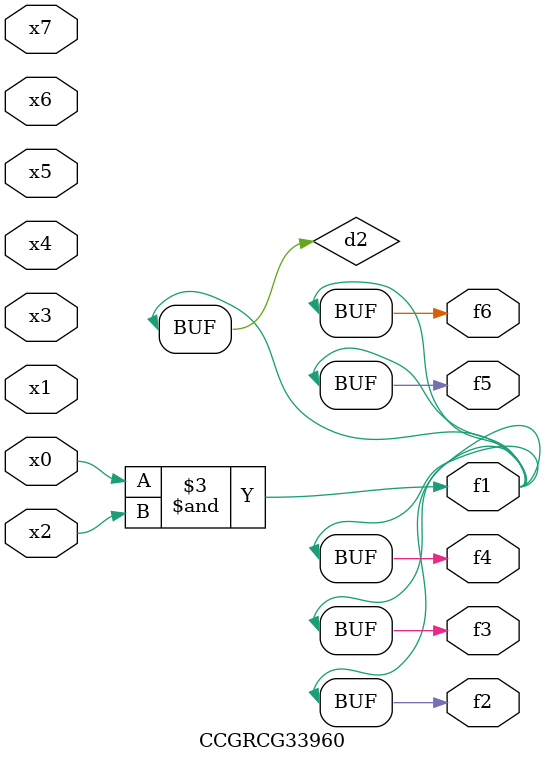
<source format=v>
module CCGRCG33960(
	input x0, x1, x2, x3, x4, x5, x6, x7,
	output f1, f2, f3, f4, f5, f6
);

	wire d1, d2;

	nor (d1, x3, x6);
	and (d2, x0, x2);
	assign f1 = d2;
	assign f2 = d2;
	assign f3 = d2;
	assign f4 = d2;
	assign f5 = d2;
	assign f6 = d2;
endmodule

</source>
